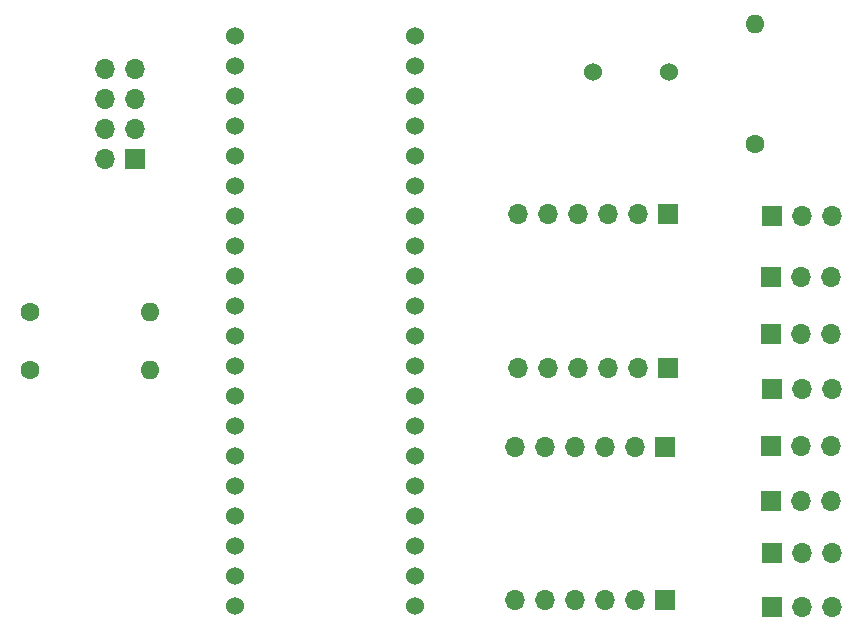
<source format=gbr>
%TF.GenerationSoftware,KiCad,Pcbnew,8.0.2*%
%TF.CreationDate,2024-06-16T11:32:47+08:00*%
%TF.ProjectId,receiver,72656365-6976-4657-922e-6b696361645f,rev?*%
%TF.SameCoordinates,Original*%
%TF.FileFunction,Soldermask,Bot*%
%TF.FilePolarity,Negative*%
%FSLAX46Y46*%
G04 Gerber Fmt 4.6, Leading zero omitted, Abs format (unit mm)*
G04 Created by KiCad (PCBNEW 8.0.2) date 2024-06-16 11:32:47*
%MOMM*%
%LPD*%
G01*
G04 APERTURE LIST*
%ADD10R,1.700000X1.700000*%
%ADD11O,1.700000X1.700000*%
%ADD12C,1.600000*%
%ADD13O,1.600000X1.600000*%
%ADD14C,1.524000*%
G04 APERTURE END LIST*
D10*
%TO.C,J2*%
X185420000Y-118150000D03*
D11*
X187960000Y-118150000D03*
X190500000Y-118150000D03*
%TD*%
D12*
%TO.C,R2*%
X122620000Y-102700000D03*
D13*
X132780000Y-102700000D03*
%TD*%
D10*
%TO.C,U5*%
X176370000Y-122200000D03*
D11*
X173830000Y-122200000D03*
X171290000Y-122200000D03*
X168750000Y-122200000D03*
X166210000Y-122200000D03*
X163670000Y-122200000D03*
X163650000Y-109200000D03*
X166190000Y-109200000D03*
X168730000Y-109200000D03*
X171270000Y-109200000D03*
X173810000Y-109200000D03*
D10*
X176350000Y-109200000D03*
%TD*%
D14*
%TO.C,BZ1*%
X176750000Y-77500000D03*
X170250000Y-77500000D03*
%TD*%
D10*
%TO.C,J8*%
X185420000Y-89650000D03*
D11*
X187960000Y-89650000D03*
X190500000Y-89650000D03*
%TD*%
D12*
%TO.C,R1*%
X122620000Y-97800000D03*
D13*
X132780000Y-97800000D03*
%TD*%
D10*
%TO.C,J6*%
X185320000Y-99650000D03*
D11*
X187860000Y-99650000D03*
X190400000Y-99650000D03*
%TD*%
D14*
%TO.C,U4*%
X140010000Y-122700000D03*
X155250000Y-79520000D03*
X140010000Y-117620000D03*
X140010000Y-120160000D03*
X155250000Y-74440000D03*
X155250000Y-76980000D03*
X155250000Y-82060000D03*
X155250000Y-112540000D03*
X155250000Y-110000000D03*
X155250000Y-107460000D03*
X155250000Y-104920000D03*
X155250000Y-102380000D03*
X155250000Y-99840000D03*
X155250000Y-97300000D03*
X155250000Y-94760000D03*
X140010000Y-84600000D03*
X140010000Y-87140000D03*
X140010000Y-89680000D03*
X140010000Y-92220000D03*
X140010000Y-94760000D03*
X140010000Y-97300000D03*
X155250000Y-92220000D03*
X155250000Y-89680000D03*
X140010000Y-99840000D03*
X140010000Y-102380000D03*
X140010000Y-104920000D03*
X140010000Y-107460000D03*
X140010000Y-110000000D03*
X140010000Y-112540000D03*
X140010000Y-115080000D03*
X155250000Y-87140000D03*
X155250000Y-84600000D03*
X140010000Y-74440000D03*
X140010000Y-76980000D03*
X140010000Y-79520000D03*
X140010000Y-82060000D03*
X155250000Y-120160000D03*
X155250000Y-117620000D03*
X155250000Y-115080000D03*
X155250000Y-122700000D03*
%TD*%
D10*
%TO.C,U7*%
X176620000Y-102500000D03*
D11*
X174080000Y-102500000D03*
X171540000Y-102500000D03*
X169000000Y-102500000D03*
X166460000Y-102500000D03*
X163920000Y-102500000D03*
X163900000Y-89500000D03*
X166440000Y-89500000D03*
X168980000Y-89500000D03*
X171520000Y-89500000D03*
X174060000Y-89500000D03*
D10*
X176600000Y-89500000D03*
%TD*%
%TO.C,J5*%
X185420000Y-104300000D03*
D11*
X187960000Y-104300000D03*
X190500000Y-104300000D03*
%TD*%
D10*
%TO.C,J1*%
X185420000Y-122750000D03*
D11*
X187960000Y-122750000D03*
X190500000Y-122750000D03*
%TD*%
D10*
%TO.C,J3*%
X185320000Y-113750000D03*
D11*
X187860000Y-113750000D03*
X190400000Y-113750000D03*
%TD*%
D10*
%TO.C,J4*%
X185320000Y-109150000D03*
D11*
X187860000Y-109150000D03*
X190400000Y-109150000D03*
%TD*%
D10*
%TO.C,U6*%
X131500000Y-84830000D03*
D11*
X128960000Y-84830000D03*
X131500000Y-82290000D03*
X128960000Y-82290000D03*
X131500000Y-79750000D03*
X128960000Y-79750000D03*
X131500000Y-77210000D03*
X128960000Y-77210000D03*
%TD*%
D10*
%TO.C,J7*%
X185320000Y-94850000D03*
D11*
X187860000Y-94850000D03*
X190400000Y-94850000D03*
%TD*%
D12*
%TO.C,R3*%
X184000000Y-83580000D03*
D13*
X184000000Y-73420000D03*
%TD*%
M02*

</source>
